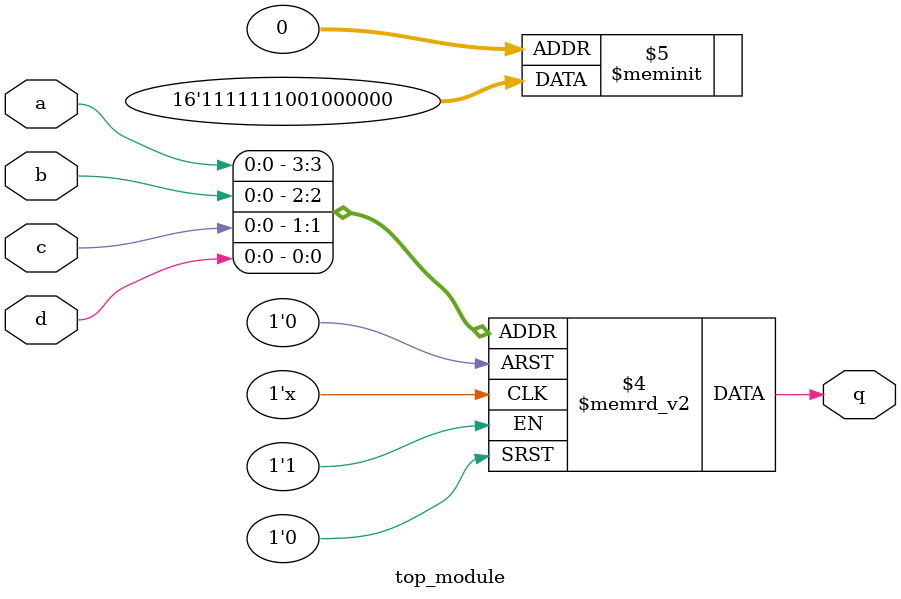
<source format=sv>
module top_module (
    input a, 
    input b, 
    input c, 
    input d,
    output reg q
);

always @(*) begin
    case ({a, b, c, d})
        4'b0000: q = 1'b0;
        4'b0001: q = 1'b0;
        4'b0010: q = 1'b0;
        4'b0011: q = 1'b0;
        4'b0100: q = 1'b0;
        4'b0101: q = 1'b0;
        4'b0110: q = 1'b1;
        4'b0111: q = 1'b0;
        4'b1000: q = 1'b0;
        4'b1001: q = 1'b1;
        4'b1010: q = 1'b1;
        4'b1011: q = 1'b1;
        4'b1100: q = 1'b1;
        4'b1101: q = 1'b1;
        4'b1110: q = 1'b1;
        4'b1111: q = 1'b1;
    endcase
end

endmodule

</source>
